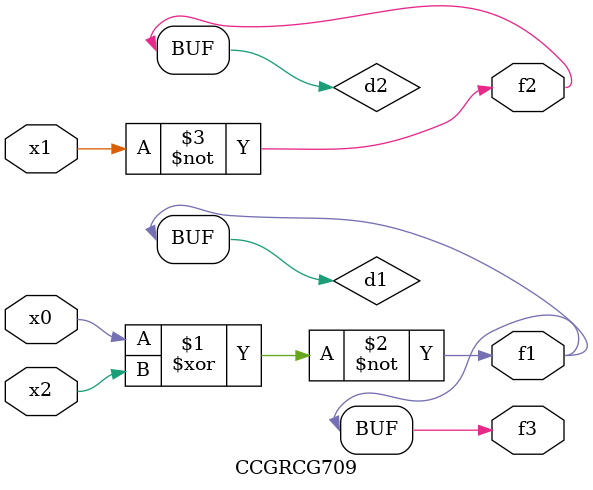
<source format=v>
module CCGRCG709(
	input x0, x1, x2,
	output f1, f2, f3
);

	wire d1, d2, d3;

	xnor (d1, x0, x2);
	nand (d2, x1);
	nor (d3, x1, x2);
	assign f1 = d1;
	assign f2 = d2;
	assign f3 = d1;
endmodule

</source>
